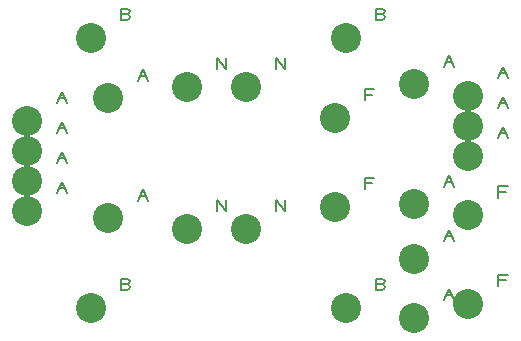
<source format=gbr>
G04 EasyPC Gerber Version 20.0.2 Build 4112 *
%FSLAX35Y35*%
%MOIN*%
%ADD15C,0.00500*%
%ADD14C,0.10000*%
X0Y0D02*
D02*
D14*
X15750Y52043D03*
Y62043D03*
Y72043D03*
Y82043D03*
X36845Y19796D03*
Y109796D03*
X42750Y49565D03*
Y89565D03*
X68814Y46017D03*
Y93261D03*
X88499Y46017D03*
Y93261D03*
X118250Y53481D03*
Y83009D03*
X121845Y19796D03*
Y109796D03*
X144750Y16402D03*
Y36087D03*
Y54245D03*
Y94245D03*
X162750Y21056D03*
Y50584D03*
Y70500D03*
Y80500D03*
Y90500D03*
D02*
D15*
X25750Y57981D02*
X27313Y61731D01*
X28875Y57981*
X26375Y59543D02*
X28250D01*
X25750Y67981D02*
X27313Y71731D01*
X28875Y67981*
X26375Y69543D02*
X28250D01*
X25750Y77981D02*
X27313Y81731D01*
X28875Y77981*
X26375Y79543D02*
X28250D01*
X25750Y87981D02*
X27313Y91731D01*
X28875Y87981*
X26375Y89543D02*
X28250D01*
X49033Y27609D02*
X49658Y27296D01*
X49970Y26671*
X49658Y26046*
X49033Y25733*
X46845*
Y29483*
X49033*
X49658Y29171*
X49970Y28546*
X49658Y27921*
X49033Y27609*
X46845*
X49033Y117609D02*
X49658Y117296D01*
X49970Y116671*
X49658Y116046*
X49033Y115733*
X46845*
Y119483*
X49033*
X49658Y119171*
X49970Y118546*
X49658Y117921*
X49033Y117609*
X46845*
X52750Y55502D02*
X54313Y59252D01*
X55875Y55502*
X53375Y57065D02*
X55250D01*
X52750Y95502D02*
X54313Y99252D01*
X55875Y95502*
X53375Y97065D02*
X55250D01*
X78814Y51954D02*
Y55704D01*
X81939Y51954*
Y55704*
X78814Y99198D02*
Y102948D01*
X81939Y99198*
Y102948*
X98499Y51954D02*
Y55704D01*
X101624Y51954*
Y55704*
X98499Y99198D02*
Y102948D01*
X101624Y99198*
Y102948*
X128250Y59419D02*
Y63169D01*
X131375*
X130750Y61294D02*
X128250D01*
Y88946D02*
Y92696D01*
X131375*
X130750Y90821D02*
X128250D01*
X134033Y27609D02*
X134658Y27296D01*
X134970Y26671*
X134658Y26046*
X134033Y25733*
X131845*
Y29483*
X134033*
X134658Y29171*
X134970Y28546*
X134658Y27921*
X134033Y27609*
X131845*
X134033Y117609D02*
X134658Y117296D01*
X134970Y116671*
X134658Y116046*
X134033Y115733*
X131845*
Y119483*
X134033*
X134658Y119171*
X134970Y118546*
X134658Y117921*
X134033Y117609*
X131845*
X154750Y22340D02*
X156313Y26090D01*
X157875Y22340*
X155375Y23902D02*
X157250D01*
X154750Y42025D02*
X156313Y45775D01*
X157875Y42025*
X155375Y43587D02*
X157250D01*
X154750Y60182D02*
X156313Y63932D01*
X157875Y60182*
X155375Y61745D02*
X157250D01*
X154750Y100182D02*
X156313Y103932D01*
X157875Y100182*
X155375Y101745D02*
X157250D01*
X172750Y26994D02*
Y30744D01*
X175875*
X175250Y28869D02*
X172750D01*
Y56521D02*
Y60271D01*
X175875*
X175250Y58396D02*
X172750D01*
Y76437D02*
X174313Y80187D01*
X175875Y76437*
X173375Y78000D02*
X175250D01*
X172750Y86437D02*
X174313Y90187D01*
X175875Y86437*
X173375Y88000D02*
X175250D01*
X172750Y96437D02*
X174313Y100187D01*
X175875Y96437*
X173375Y98000D02*
X175250D01*
X0Y0D02*
M02*

</source>
